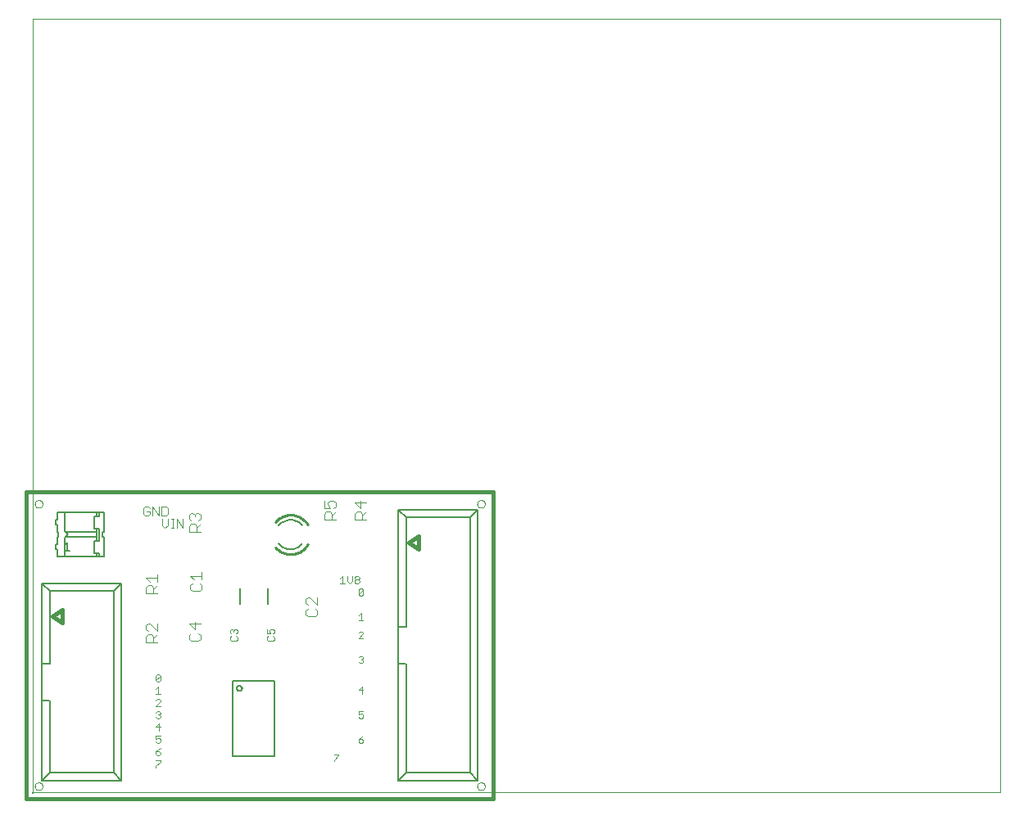
<source format=gto>
G75*
G70*
%OFA0B0*%
%FSLAX24Y24*%
%IPPOS*%
%LPD*%
%AMOC8*
5,1,8,0,0,1.08239X$1,22.5*
%
%ADD10C,0.0000*%
%ADD11C,0.0030*%
%ADD12C,0.0160*%
%ADD13C,0.0002*%
%ADD14C,0.0060*%
%ADD15C,0.0080*%
%ADD16C,0.0040*%
%ADD17C,0.0050*%
%ADD18C,0.0100*%
D10*
X000430Y000430D02*
X000430Y031926D01*
X039800Y031926D01*
X039800Y000430D01*
X000430Y000430D01*
X000523Y000680D02*
X000525Y000705D01*
X000531Y000729D01*
X000540Y000751D01*
X000553Y000772D01*
X000569Y000791D01*
X000588Y000807D01*
X000609Y000820D01*
X000631Y000829D01*
X000655Y000835D01*
X000680Y000837D01*
X000705Y000835D01*
X000729Y000829D01*
X000751Y000820D01*
X000772Y000807D01*
X000791Y000791D01*
X000807Y000772D01*
X000820Y000751D01*
X000829Y000729D01*
X000835Y000705D01*
X000837Y000680D01*
X000835Y000655D01*
X000829Y000631D01*
X000820Y000609D01*
X000807Y000588D01*
X000791Y000569D01*
X000772Y000553D01*
X000751Y000540D01*
X000729Y000531D01*
X000705Y000525D01*
X000680Y000523D01*
X000655Y000525D01*
X000631Y000531D01*
X000609Y000540D01*
X000588Y000553D01*
X000569Y000569D01*
X000553Y000588D01*
X000540Y000609D01*
X000531Y000631D01*
X000525Y000655D01*
X000523Y000680D01*
X000523Y012180D02*
X000525Y012205D01*
X000531Y012229D01*
X000540Y012251D01*
X000553Y012272D01*
X000569Y012291D01*
X000588Y012307D01*
X000609Y012320D01*
X000631Y012329D01*
X000655Y012335D01*
X000680Y012337D01*
X000705Y012335D01*
X000729Y012329D01*
X000751Y012320D01*
X000772Y012307D01*
X000791Y012291D01*
X000807Y012272D01*
X000820Y012251D01*
X000829Y012229D01*
X000835Y012205D01*
X000837Y012180D01*
X000835Y012155D01*
X000829Y012131D01*
X000820Y012109D01*
X000807Y012088D01*
X000791Y012069D01*
X000772Y012053D01*
X000751Y012040D01*
X000729Y012031D01*
X000705Y012025D01*
X000680Y012023D01*
X000655Y012025D01*
X000631Y012031D01*
X000609Y012040D01*
X000588Y012053D01*
X000569Y012069D01*
X000553Y012088D01*
X000540Y012109D01*
X000531Y012131D01*
X000525Y012155D01*
X000523Y012180D01*
X018523Y012180D02*
X018525Y012205D01*
X018531Y012229D01*
X018540Y012251D01*
X018553Y012272D01*
X018569Y012291D01*
X018588Y012307D01*
X018609Y012320D01*
X018631Y012329D01*
X018655Y012335D01*
X018680Y012337D01*
X018705Y012335D01*
X018729Y012329D01*
X018751Y012320D01*
X018772Y012307D01*
X018791Y012291D01*
X018807Y012272D01*
X018820Y012251D01*
X018829Y012229D01*
X018835Y012205D01*
X018837Y012180D01*
X018835Y012155D01*
X018829Y012131D01*
X018820Y012109D01*
X018807Y012088D01*
X018791Y012069D01*
X018772Y012053D01*
X018751Y012040D01*
X018729Y012031D01*
X018705Y012025D01*
X018680Y012023D01*
X018655Y012025D01*
X018631Y012031D01*
X018609Y012040D01*
X018588Y012053D01*
X018569Y012069D01*
X018553Y012088D01*
X018540Y012109D01*
X018531Y012131D01*
X018525Y012155D01*
X018523Y012180D01*
X018523Y000680D02*
X018525Y000705D01*
X018531Y000729D01*
X018540Y000751D01*
X018553Y000772D01*
X018569Y000791D01*
X018588Y000807D01*
X018609Y000820D01*
X018631Y000829D01*
X018655Y000835D01*
X018680Y000837D01*
X018705Y000835D01*
X018729Y000829D01*
X018751Y000820D01*
X018772Y000807D01*
X018791Y000791D01*
X018807Y000772D01*
X018820Y000751D01*
X018829Y000729D01*
X018835Y000705D01*
X018837Y000680D01*
X018835Y000655D01*
X018829Y000631D01*
X018820Y000609D01*
X018807Y000588D01*
X018791Y000569D01*
X018772Y000553D01*
X018751Y000540D01*
X018729Y000531D01*
X018705Y000525D01*
X018680Y000523D01*
X018655Y000525D01*
X018631Y000531D01*
X018609Y000540D01*
X018588Y000553D01*
X018569Y000569D01*
X018553Y000588D01*
X018540Y000609D01*
X018531Y000631D01*
X018525Y000655D01*
X018523Y000680D01*
D11*
X013888Y002493D02*
X013888Y002542D01*
X013840Y002590D01*
X013695Y002590D01*
X013695Y002493D01*
X013743Y002445D01*
X013840Y002445D01*
X013888Y002493D01*
X013792Y002687D02*
X013695Y002590D01*
X013792Y002687D02*
X013888Y002735D01*
X013840Y003445D02*
X013743Y003445D01*
X013695Y003493D01*
X013695Y003590D02*
X013792Y003638D01*
X013840Y003638D01*
X013888Y003590D01*
X013888Y003493D01*
X013840Y003445D01*
X013695Y003590D02*
X013695Y003735D01*
X013888Y003735D01*
X013840Y004445D02*
X013840Y004735D01*
X013695Y004590D01*
X013888Y004590D01*
X013840Y005695D02*
X013743Y005695D01*
X013695Y005743D01*
X013792Y005840D02*
X013840Y005840D01*
X013888Y005792D01*
X013888Y005743D01*
X013840Y005695D01*
X013840Y005840D02*
X013888Y005888D01*
X013888Y005937D01*
X013840Y005985D01*
X013743Y005985D01*
X013695Y005937D01*
X013695Y006695D02*
X013888Y006888D01*
X013888Y006937D01*
X013840Y006985D01*
X013743Y006985D01*
X013695Y006937D01*
X013695Y006695D02*
X013888Y006695D01*
X013888Y007445D02*
X013695Y007445D01*
X013792Y007445D02*
X013792Y007735D01*
X013695Y007638D01*
X013743Y008445D02*
X013695Y008493D01*
X013888Y008687D01*
X013888Y008493D01*
X013840Y008445D01*
X013743Y008445D01*
X013695Y008493D02*
X013695Y008687D01*
X013743Y008735D01*
X013840Y008735D01*
X013888Y008687D01*
X013679Y008945D02*
X013583Y008945D01*
X013534Y008993D01*
X013534Y009042D01*
X013583Y009090D01*
X013679Y009090D01*
X013728Y009042D01*
X013728Y008993D01*
X013679Y008945D01*
X013679Y009090D02*
X013728Y009138D01*
X013728Y009187D01*
X013679Y009235D01*
X013583Y009235D01*
X013534Y009187D01*
X013534Y009138D01*
X013583Y009090D01*
X013433Y009042D02*
X013336Y008945D01*
X013240Y009042D01*
X013240Y009235D01*
X013433Y009235D02*
X013433Y009042D01*
X013138Y008945D02*
X012945Y008945D01*
X013042Y008945D02*
X013042Y009235D01*
X012945Y009138D01*
X010265Y007035D02*
X010265Y006938D01*
X010217Y006890D01*
X010120Y006890D02*
X010072Y006986D01*
X010072Y007035D01*
X010120Y007083D01*
X010217Y007083D01*
X010265Y007035D01*
X010120Y006890D02*
X009975Y006890D01*
X009975Y007083D01*
X010023Y006788D02*
X009975Y006740D01*
X009975Y006643D01*
X010023Y006595D01*
X010217Y006595D01*
X010265Y006643D01*
X010265Y006740D01*
X010217Y006788D01*
X008765Y006740D02*
X008765Y006643D01*
X008717Y006595D01*
X008523Y006595D01*
X008475Y006643D01*
X008475Y006740D01*
X008523Y006788D01*
X008523Y006890D02*
X008475Y006938D01*
X008475Y007035D01*
X008523Y007083D01*
X008572Y007083D01*
X008620Y007035D01*
X008668Y007083D01*
X008717Y007083D01*
X008765Y007035D01*
X008765Y006938D01*
X008717Y006890D01*
X008717Y006788D02*
X008765Y006740D01*
X008620Y006986D02*
X008620Y007035D01*
X005638Y005187D02*
X005638Y004993D01*
X005590Y004945D01*
X005493Y004945D01*
X005445Y004993D01*
X005638Y005187D01*
X005590Y005235D01*
X005493Y005235D01*
X005445Y005187D01*
X005445Y004993D01*
X005542Y004735D02*
X005542Y004445D01*
X005638Y004445D02*
X005445Y004445D01*
X005445Y004638D02*
X005542Y004735D01*
X005590Y004235D02*
X005493Y004235D01*
X005445Y004187D01*
X005590Y004235D02*
X005638Y004187D01*
X005638Y004138D01*
X005445Y003945D01*
X005638Y003945D01*
X005590Y003735D02*
X005493Y003735D01*
X005445Y003687D01*
X005542Y003590D02*
X005590Y003590D01*
X005638Y003542D01*
X005638Y003493D01*
X005590Y003445D01*
X005493Y003445D01*
X005445Y003493D01*
X005590Y003590D02*
X005638Y003638D01*
X005638Y003687D01*
X005590Y003735D01*
X005590Y003235D02*
X005445Y003090D01*
X005638Y003090D01*
X005590Y002945D02*
X005590Y003235D01*
X005638Y002735D02*
X005445Y002735D01*
X005445Y002590D01*
X005542Y002638D01*
X005590Y002638D01*
X005638Y002590D01*
X005638Y002493D01*
X005590Y002445D01*
X005493Y002445D01*
X005445Y002493D01*
X005542Y002187D02*
X005445Y002090D01*
X005590Y002090D01*
X005638Y002042D01*
X005638Y001993D01*
X005590Y001945D01*
X005493Y001945D01*
X005445Y001993D01*
X005445Y002090D01*
X005542Y002187D02*
X005638Y002235D01*
X005638Y001735D02*
X005445Y001735D01*
X005638Y001735D02*
X005638Y001687D01*
X005445Y001493D01*
X005445Y001445D01*
X012695Y001695D02*
X012695Y001743D01*
X012888Y001937D01*
X012888Y001985D01*
X012695Y001985D01*
X006556Y011195D02*
X006556Y011565D01*
X006309Y011565D02*
X006556Y011195D01*
X006309Y011195D02*
X006309Y011565D01*
X006187Y011565D02*
X006063Y011565D01*
X006125Y011565D02*
X006125Y011195D01*
X006063Y011195D02*
X006187Y011195D01*
X005942Y011318D02*
X005942Y011565D01*
X005867Y011695D02*
X005929Y011757D01*
X005929Y012004D01*
X005867Y012065D01*
X005682Y012065D01*
X005682Y011695D01*
X005867Y011695D01*
X005695Y011565D02*
X005695Y011318D01*
X005818Y011195D01*
X005942Y011318D01*
X005560Y011695D02*
X005560Y012065D01*
X005313Y012065D02*
X005560Y011695D01*
X005313Y011695D02*
X005313Y012065D01*
X005192Y012004D02*
X005130Y012065D01*
X005007Y012065D01*
X004945Y012004D01*
X004945Y011757D01*
X005007Y011695D01*
X005130Y011695D01*
X005192Y011757D01*
X005192Y011880D01*
X005068Y011880D01*
D12*
X000180Y000180D02*
X019180Y000180D01*
X019180Y012680D01*
X000180Y012680D01*
X000180Y000180D01*
X001654Y007332D02*
X001654Y007883D01*
X001233Y007607D01*
X001654Y007332D01*
X015733Y010607D02*
X016154Y010332D01*
X016154Y010883D01*
X015733Y010607D01*
D13*
X000454Y000448D02*
X000448Y000454D01*
X000441Y000447D01*
X000435Y000450D01*
X000425Y000450D01*
X000435Y000450D01*
X000434Y000460D01*
X000426Y000460D01*
X000425Y000450D01*
X000419Y000447D01*
X000412Y000454D01*
X000406Y000448D01*
X000413Y000441D01*
X000410Y000435D01*
X000422Y000435D01*
X000410Y000435D01*
X000400Y000434D01*
X000400Y000426D01*
X000410Y000425D01*
X000422Y000425D01*
X000410Y000425D01*
X000413Y000419D01*
X000406Y000412D01*
X000412Y000406D01*
X000419Y000413D01*
X000422Y000411D01*
X000422Y000411D01*
X000422Y000411D01*
X000426Y000421D01*
X000412Y000421D01*
X000426Y000421D01*
X000423Y000423D01*
X000421Y000426D01*
X000421Y000430D01*
X000400Y000430D01*
X000421Y000430D01*
X000422Y000434D01*
X000404Y000434D01*
X000422Y000434D01*
X000425Y000438D01*
X000411Y000438D01*
X000425Y000438D01*
X000429Y000439D01*
X000433Y000439D01*
X000437Y000436D01*
X000450Y000436D01*
X000437Y000436D01*
X000439Y000432D01*
X000460Y000432D01*
X000439Y000432D01*
X000439Y000428D01*
X000460Y000428D01*
X000439Y000428D01*
X000437Y000424D01*
X000434Y000421D01*
X000448Y000421D01*
X000434Y000421D01*
X000438Y000411D01*
X000438Y000411D01*
X000438Y000411D01*
X000441Y000413D01*
X000448Y000406D01*
X000454Y000412D01*
X000447Y000419D01*
X000450Y000425D01*
X000438Y000425D01*
X000450Y000425D01*
X000460Y000426D01*
X000460Y000434D01*
X000450Y000435D01*
X000438Y000435D01*
X000450Y000435D01*
X000447Y000441D01*
X000454Y000448D01*
X000448Y000454D01*
X000441Y000447D01*
X000435Y000450D01*
X000434Y000460D01*
X000426Y000460D01*
X000425Y000450D01*
X000419Y000447D01*
X000412Y000454D01*
X000406Y000448D01*
X000413Y000441D01*
X000410Y000435D01*
X000400Y000434D01*
X000400Y000426D01*
X000410Y000425D01*
X000413Y000419D01*
X000406Y000412D01*
X000412Y000406D01*
X000419Y000413D01*
X000422Y000411D01*
X000426Y000421D01*
X000423Y000423D01*
X000421Y000426D01*
X000421Y000430D01*
X000422Y000434D01*
X000425Y000438D01*
X000429Y000439D01*
X000433Y000439D01*
X000437Y000436D01*
X000439Y000432D01*
X000439Y000428D01*
X000437Y000424D01*
X000434Y000421D01*
X000438Y000411D01*
X000441Y000413D01*
X000448Y000406D01*
X000454Y000412D01*
X000447Y000419D01*
X000450Y000425D01*
X000460Y000426D01*
X000460Y000434D01*
X000450Y000435D01*
X000447Y000441D01*
X000454Y000448D01*
X000453Y000448D02*
X000442Y000448D01*
X000453Y000448D01*
X000453Y000449D02*
X000443Y000449D01*
X000453Y000449D01*
X000452Y000450D02*
X000444Y000450D01*
X000452Y000450D01*
X000451Y000451D02*
X000445Y000451D01*
X000451Y000451D01*
X000450Y000452D02*
X000446Y000452D01*
X000450Y000452D01*
X000449Y000453D02*
X000448Y000453D01*
X000449Y000453D01*
X000452Y000447D02*
X000408Y000447D01*
X000452Y000447D01*
X000452Y000446D02*
X000408Y000446D01*
X000452Y000446D01*
X000451Y000445D02*
X000409Y000445D01*
X000451Y000445D01*
X000450Y000444D02*
X000410Y000444D01*
X000450Y000444D01*
X000449Y000443D02*
X000411Y000443D01*
X000449Y000443D01*
X000448Y000442D02*
X000412Y000442D01*
X000448Y000442D01*
X000448Y000441D02*
X000412Y000441D01*
X000448Y000441D01*
X000448Y000440D02*
X000412Y000440D01*
X000448Y000440D01*
X000448Y000439D02*
X000431Y000439D01*
X000448Y000439D01*
X000449Y000438D02*
X000434Y000438D01*
X000449Y000438D01*
X000449Y000437D02*
X000436Y000437D01*
X000449Y000437D01*
X000456Y000434D02*
X000438Y000434D01*
X000456Y000434D01*
X000460Y000433D02*
X000439Y000433D01*
X000460Y000433D01*
X000460Y000431D02*
X000439Y000431D01*
X000460Y000431D01*
X000460Y000430D02*
X000439Y000430D01*
X000460Y000430D01*
X000460Y000429D02*
X000439Y000429D01*
X000460Y000429D01*
X000460Y000427D02*
X000439Y000427D01*
X000460Y000427D01*
X000456Y000426D02*
X000438Y000426D01*
X000456Y000426D01*
X000450Y000424D02*
X000437Y000424D01*
X000450Y000424D01*
X000449Y000423D02*
X000436Y000423D01*
X000449Y000423D01*
X000449Y000422D02*
X000434Y000422D01*
X000449Y000422D01*
X000448Y000420D02*
X000434Y000420D01*
X000448Y000420D01*
X000448Y000419D02*
X000435Y000419D01*
X000448Y000419D01*
X000448Y000418D02*
X000435Y000418D01*
X000448Y000418D01*
X000449Y000417D02*
X000435Y000417D01*
X000449Y000417D01*
X000450Y000416D02*
X000436Y000416D01*
X000450Y000416D01*
X000451Y000415D02*
X000436Y000415D01*
X000451Y000415D01*
X000452Y000414D02*
X000437Y000414D01*
X000452Y000414D01*
X000452Y000413D02*
X000437Y000413D01*
X000452Y000413D01*
X000453Y000412D02*
X000442Y000412D01*
X000453Y000412D01*
X000453Y000411D02*
X000443Y000411D01*
X000453Y000411D01*
X000452Y000410D02*
X000444Y000410D01*
X000452Y000410D01*
X000451Y000409D02*
X000445Y000409D01*
X000451Y000409D01*
X000450Y000408D02*
X000446Y000408D01*
X000450Y000408D01*
X000449Y000407D02*
X000448Y000407D01*
X000449Y000407D01*
X000440Y000412D02*
X000437Y000412D01*
X000440Y000412D01*
X000425Y000418D02*
X000412Y000418D01*
X000425Y000418D01*
X000425Y000417D02*
X000411Y000417D01*
X000425Y000417D01*
X000424Y000416D02*
X000410Y000416D01*
X000424Y000416D01*
X000424Y000415D02*
X000409Y000415D01*
X000424Y000415D01*
X000423Y000414D02*
X000408Y000414D01*
X000423Y000414D01*
X000423Y000413D02*
X000408Y000413D01*
X000423Y000413D01*
X000423Y000412D02*
X000420Y000412D01*
X000423Y000412D01*
X000418Y000412D02*
X000407Y000412D01*
X000418Y000412D01*
X000417Y000411D02*
X000407Y000411D01*
X000417Y000411D01*
X000416Y000410D02*
X000408Y000410D01*
X000416Y000410D01*
X000415Y000409D02*
X000409Y000409D01*
X000415Y000409D01*
X000414Y000408D02*
X000410Y000408D01*
X000414Y000408D01*
X000412Y000407D02*
X000411Y000407D01*
X000412Y000407D01*
X000412Y000419D02*
X000425Y000419D01*
X000412Y000419D01*
X000412Y000420D02*
X000426Y000420D01*
X000412Y000420D01*
X000411Y000422D02*
X000425Y000422D01*
X000411Y000422D01*
X000411Y000423D02*
X000424Y000423D01*
X000411Y000423D01*
X000410Y000424D02*
X000423Y000424D01*
X000410Y000424D01*
X000404Y000426D02*
X000422Y000426D01*
X000404Y000426D01*
X000400Y000427D02*
X000421Y000427D01*
X000400Y000427D01*
X000400Y000428D02*
X000421Y000428D01*
X000400Y000428D01*
X000400Y000429D02*
X000421Y000429D01*
X000400Y000429D01*
X000400Y000431D02*
X000421Y000431D01*
X000400Y000431D01*
X000400Y000432D02*
X000421Y000432D01*
X000400Y000432D01*
X000400Y000433D02*
X000421Y000433D01*
X000400Y000433D01*
X000410Y000436D02*
X000423Y000436D01*
X000410Y000436D01*
X000411Y000437D02*
X000424Y000437D01*
X000411Y000437D01*
X000412Y000439D02*
X000428Y000439D01*
X000412Y000439D01*
X000407Y000448D02*
X000418Y000448D01*
X000407Y000448D01*
X000407Y000449D02*
X000417Y000449D01*
X000407Y000449D01*
X000408Y000450D02*
X000416Y000450D01*
X000408Y000450D01*
X000409Y000451D02*
X000415Y000451D01*
X000409Y000451D01*
X000410Y000452D02*
X000414Y000452D01*
X000410Y000452D01*
X000411Y000453D02*
X000412Y000453D01*
X000411Y000453D01*
X000420Y000448D02*
X000440Y000448D01*
X000420Y000448D01*
X000423Y000449D02*
X000437Y000449D01*
X000423Y000449D01*
X000425Y000451D02*
X000435Y000451D01*
X000425Y000451D01*
X000426Y000452D02*
X000434Y000452D01*
X000426Y000452D01*
X000426Y000453D02*
X000434Y000453D01*
X000426Y000453D01*
X000426Y000454D02*
X000434Y000454D01*
X000426Y000454D01*
X000426Y000455D02*
X000434Y000455D01*
X000426Y000455D01*
X000426Y000456D02*
X000434Y000456D01*
X000426Y000456D01*
X000426Y000457D02*
X000434Y000457D01*
X000426Y000457D01*
X000426Y000458D02*
X000434Y000458D01*
X000426Y000458D01*
X000426Y000459D02*
X000434Y000459D01*
X000426Y000459D01*
D14*
X008574Y001904D02*
X010286Y001904D01*
X010286Y004956D01*
X008574Y004956D01*
X008574Y001904D01*
X008743Y004670D02*
X008745Y004691D01*
X008751Y004711D01*
X008760Y004729D01*
X008773Y004745D01*
X008789Y004759D01*
X008807Y004769D01*
X008826Y004776D01*
X008847Y004779D01*
X008868Y004778D01*
X008888Y004773D01*
X008906Y004764D01*
X008923Y004752D01*
X008938Y004737D01*
X008949Y004720D01*
X008957Y004701D01*
X008961Y004680D01*
X008961Y004660D01*
X008957Y004639D01*
X008949Y004620D01*
X008938Y004603D01*
X008923Y004588D01*
X008907Y004576D01*
X008888Y004567D01*
X008868Y004562D01*
X008847Y004561D01*
X008826Y004564D01*
X008807Y004571D01*
X008789Y004581D01*
X008773Y004595D01*
X008760Y004611D01*
X008751Y004629D01*
X008745Y004649D01*
X008743Y004670D01*
X003330Y010030D02*
X003130Y010030D01*
X003030Y010030D01*
X003030Y010180D01*
X002930Y010180D01*
X002930Y010680D01*
X003030Y010680D01*
X003030Y010830D01*
X001780Y010830D01*
X001880Y010930D01*
X001780Y011030D01*
X003030Y011030D01*
X003030Y010830D01*
X003030Y010680D02*
X003130Y010680D01*
X003130Y011180D01*
X003030Y011180D01*
X003030Y011030D01*
X003030Y011180D02*
X002930Y011180D01*
X002930Y011680D01*
X003030Y011680D01*
X003030Y011830D01*
X003130Y011830D01*
X003130Y011680D01*
X003030Y011680D01*
X003030Y011830D02*
X001730Y011830D01*
X001430Y011830D01*
X001430Y011530D01*
X001380Y011530D01*
X001380Y011330D01*
X001430Y011330D01*
X001430Y011030D01*
X001480Y011030D01*
X001480Y010830D01*
X001430Y010830D01*
X001430Y010530D01*
X001380Y010530D01*
X001380Y010330D01*
X001430Y010330D01*
X001430Y010030D01*
X001730Y010030D01*
X003030Y010030D01*
X003130Y010030D02*
X003130Y010180D01*
X003030Y010180D01*
X003330Y010030D02*
X003330Y010830D01*
X003280Y010830D01*
X003280Y011030D01*
X003330Y011030D01*
X003330Y011830D01*
X003130Y011830D01*
X001730Y011830D02*
X001730Y011080D01*
X001780Y011030D01*
X001780Y010830D02*
X001730Y010780D01*
X001730Y010030D01*
X010930Y011530D02*
X010975Y011528D01*
X011021Y011523D01*
X011065Y011515D01*
X011109Y011503D01*
X011152Y011487D01*
X011194Y011469D01*
X011234Y011447D01*
X011272Y011423D01*
X011308Y011396D01*
X011343Y011366D01*
X011374Y011333D01*
X011404Y011298D01*
X010930Y010330D02*
X010883Y010332D01*
X010835Y010338D01*
X010789Y010347D01*
X010743Y010360D01*
X010699Y010376D01*
X010655Y010397D01*
X010614Y010420D01*
X010575Y010446D01*
X010538Y010476D01*
X010503Y010509D01*
X010471Y010544D01*
X010442Y010581D01*
X010930Y010330D02*
X010976Y010332D01*
X011022Y010337D01*
X011068Y010346D01*
X011113Y010358D01*
X011156Y010374D01*
X011198Y010393D01*
X011239Y010416D01*
X011278Y010441D01*
X011314Y010469D01*
X011349Y010500D01*
X011381Y010534D01*
X011410Y010570D01*
X010930Y011530D02*
X010885Y011528D01*
X010839Y011523D01*
X010795Y011515D01*
X010751Y011503D01*
X010708Y011487D01*
X010666Y011469D01*
X010626Y011447D01*
X010588Y011423D01*
X010552Y011396D01*
X010517Y011366D01*
X010486Y011333D01*
X010456Y011298D01*
D15*
X010001Y008745D02*
X010001Y008115D01*
X008859Y008115D02*
X008859Y008745D01*
X004044Y008950D02*
X003729Y008635D01*
X003729Y001225D01*
X004044Y000910D01*
X004044Y008950D01*
X000816Y008950D01*
X001131Y008635D01*
X001131Y005678D01*
X001123Y005678D02*
X000843Y005678D01*
X000843Y004182D02*
X001123Y004182D01*
X001131Y004182D02*
X001131Y001225D01*
X000816Y000910D01*
X004044Y000910D01*
X003729Y001225D02*
X001131Y001225D01*
X000816Y000910D02*
X000816Y008950D01*
X001131Y008635D02*
X003729Y008635D01*
X015343Y007178D02*
X015623Y007178D01*
X015631Y007178D02*
X015631Y011635D01*
X015316Y011950D01*
X015316Y000910D01*
X015631Y001225D01*
X015631Y005682D01*
X015623Y005682D02*
X015343Y005682D01*
X015631Y001225D02*
X018229Y001225D01*
X018544Y000910D01*
X018544Y011950D01*
X018229Y011635D01*
X018229Y001225D01*
X018544Y000910D02*
X015316Y000910D01*
X015631Y011635D02*
X018229Y011635D01*
X018544Y011950D02*
X015316Y011950D01*
D16*
X014010Y011857D02*
X013857Y011703D01*
X013857Y011780D02*
X013857Y011550D01*
X014010Y011550D02*
X013550Y011550D01*
X013550Y011780D01*
X013626Y011857D01*
X013780Y011857D01*
X013857Y011780D01*
X013780Y012010D02*
X013780Y012317D01*
X014010Y012241D02*
X013550Y012241D01*
X013780Y012010D01*
X012760Y012087D02*
X012683Y012010D01*
X012760Y012087D02*
X012760Y012241D01*
X012683Y012317D01*
X012530Y012317D01*
X012453Y012241D01*
X012453Y012164D01*
X012530Y012010D01*
X012300Y012010D01*
X012300Y012317D01*
X012376Y011857D02*
X012530Y011857D01*
X012607Y011780D01*
X012607Y011550D01*
X012760Y011550D02*
X012300Y011550D01*
X012300Y011780D01*
X012376Y011857D01*
X012607Y011703D02*
X012760Y011857D01*
X012010Y008367D02*
X012010Y008060D01*
X011703Y008367D01*
X011626Y008367D01*
X011550Y008291D01*
X011550Y008137D01*
X011626Y008060D01*
X011626Y007907D02*
X011550Y007830D01*
X011550Y007677D01*
X011626Y007600D01*
X011933Y007600D01*
X012010Y007677D01*
X012010Y007830D01*
X011933Y007907D01*
X007310Y008706D02*
X007233Y008629D01*
X006926Y008629D01*
X006850Y008706D01*
X006850Y008859D01*
X006926Y008936D01*
X007003Y009090D02*
X006850Y009243D01*
X007310Y009243D01*
X007310Y009090D02*
X007310Y009397D01*
X007233Y008936D02*
X007310Y008859D01*
X007310Y008706D01*
X007030Y007367D02*
X007030Y007060D01*
X006800Y007291D01*
X007260Y007291D01*
X007183Y006907D02*
X007260Y006830D01*
X007260Y006677D01*
X007183Y006600D01*
X006876Y006600D01*
X006800Y006677D01*
X006800Y006830D01*
X006876Y006907D01*
X005510Y006857D02*
X005357Y006703D01*
X005357Y006780D02*
X005357Y006550D01*
X005510Y006550D02*
X005050Y006550D01*
X005050Y006780D01*
X005126Y006857D01*
X005280Y006857D01*
X005357Y006780D01*
X005510Y007010D02*
X005203Y007317D01*
X005126Y007317D01*
X005050Y007241D01*
X005050Y007087D01*
X005126Y007010D01*
X005510Y007010D02*
X005510Y007317D01*
X005510Y008550D02*
X005050Y008550D01*
X005050Y008780D01*
X005126Y008857D01*
X005280Y008857D01*
X005357Y008780D01*
X005357Y008550D01*
X005357Y008703D02*
X005510Y008857D01*
X005510Y009010D02*
X005510Y009317D01*
X005510Y009164D02*
X005050Y009164D01*
X005203Y009010D01*
X006800Y011050D02*
X006800Y011280D01*
X006876Y011357D01*
X007030Y011357D01*
X007107Y011280D01*
X007107Y011050D01*
X007260Y011050D02*
X006800Y011050D01*
X007107Y011203D02*
X007260Y011357D01*
X007183Y011510D02*
X007260Y011587D01*
X007260Y011741D01*
X007183Y011817D01*
X007107Y011817D01*
X007030Y011741D01*
X007030Y011664D01*
X007030Y011741D02*
X006953Y011817D01*
X006876Y011817D01*
X006800Y011741D01*
X006800Y011587D01*
X006876Y011510D01*
D17*
X001953Y010265D02*
X001726Y010265D01*
X001839Y010265D02*
X001839Y010605D01*
X001726Y010492D01*
D18*
X010930Y010130D02*
X010984Y010132D01*
X011038Y010137D01*
X011091Y010146D01*
X011144Y010159D01*
X011195Y010175D01*
X011245Y010195D01*
X011294Y010218D01*
X011342Y010244D01*
X011387Y010273D01*
X011430Y010306D01*
X011471Y010341D01*
X011510Y010379D01*
X011546Y010419D01*
X011579Y010462D01*
X011609Y010507D01*
X011636Y010554D01*
X011625Y011327D02*
X011595Y011375D01*
X011562Y011420D01*
X011526Y011463D01*
X011488Y011504D01*
X011446Y011541D01*
X011402Y011576D01*
X011356Y011607D01*
X011307Y011636D01*
X011257Y011660D01*
X011205Y011681D01*
X011151Y011699D01*
X011097Y011712D01*
X011042Y011722D01*
X010986Y011728D01*
X010930Y011730D01*
X010877Y011728D01*
X010823Y011723D01*
X010771Y011714D01*
X010719Y011702D01*
X010668Y011686D01*
X010618Y011667D01*
X010569Y011644D01*
X010522Y011618D01*
X010477Y011590D01*
X010434Y011558D01*
X010394Y011524D01*
X010355Y011486D01*
X010319Y011447D01*
X010315Y010418D02*
X010351Y010378D01*
X010390Y010340D01*
X010431Y010305D01*
X010474Y010273D01*
X010519Y010243D01*
X010566Y010217D01*
X010615Y010195D01*
X010666Y010175D01*
X010717Y010159D01*
X010769Y010146D01*
X010823Y010137D01*
X010876Y010132D01*
X010930Y010130D01*
M02*

</source>
